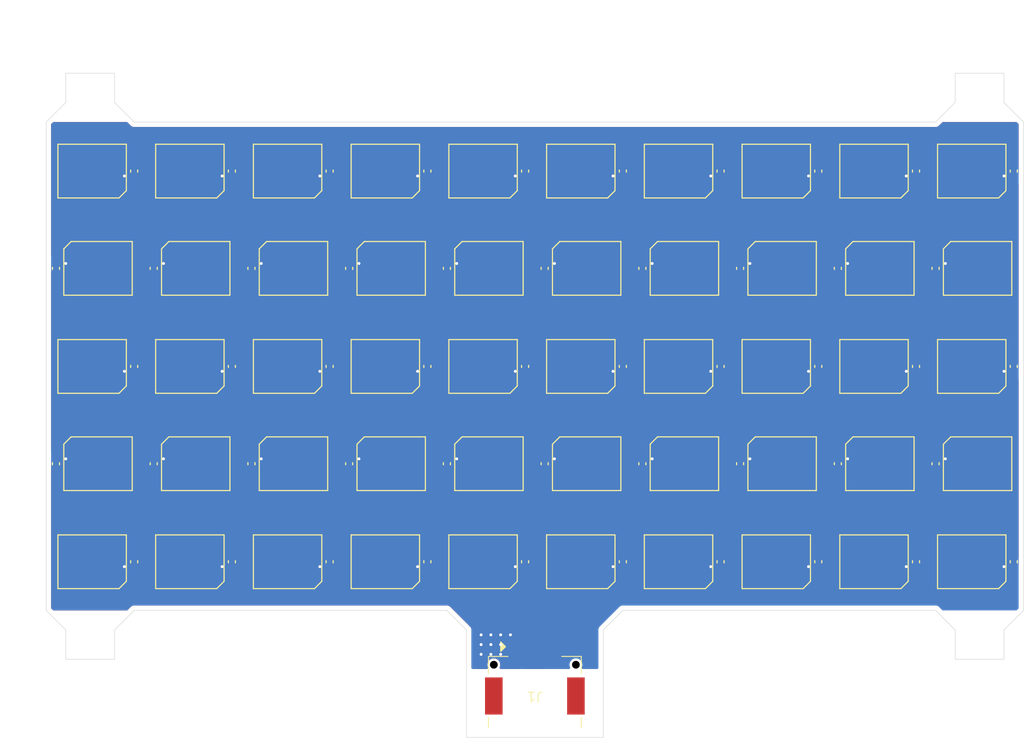
<source format=kicad_pcb>
(kicad_pcb (version 20241229) (generator "pcbnew") (generator_version "9.0")
  (layers (0 "F.Cu" signal) (2 "B.Cu" signal) (13 "F.Paste" user) (15 "B.Paste" user) (5 "F.SilkS" user "F.Silkscreen") (7 "B.SilkS" user "B.Silkscreen") (1 "F.Mask" user) (3 "B.Mask" user) (25 "Edge.Cuts" user))
  (net 0 "")
  (net 1 "GND")
  (net 2 "+5V")
  (net 3 "Net-(D1-DOUT)")
  (net 4 "Net-(D1-DIN)")
  (net 5 "Net-(D2-DOUT)")
  (net 6 "Net-(D3-DOUT)")
  (net 7 "Net-(D4-DOUT)")
  (net 8 "Net-(D5-DOUT)")
  (net 9 "Net-(D6-DOUT)")
  (net 10 "Net-(D7-DOUT)")
  (net 11 "Net-(D8-DOUT)")
  (net 12 "Net-(D10-DIN)")
  (net 13 "Net-(D10-DOUT)")
  (net 14 "Net-(D11-DOUT)")
  (net 15 "Net-(D12-DOUT)")
  (net 16 "Net-(D13-DOUT)")
  (net 17 "Net-(D14-DOUT)")
  (net 18 "Net-(D15-DOUT)")
  (net 19 "Net-(D16-DOUT)")
  (net 20 "Net-(D17-DOUT)")
  (net 21 "Net-(D18-DOUT)")
  (net 22 "Net-(D19-DOUT)")
  (net 23 "Net-(D21-DOUT)")
  (net 24 "Net-(D23-DOUT)")
  (net 25 "Net-(D25-DOUT)")
  (net 26 "Net-(D27-DOUT)")
  (net 27 "Net-(D29-DOUT)")
  (net 28 "Net-(D31-DOUT)")
  (net 29 "Net-(D33-DOUT)")
  (net 30 "Net-(D35-DOUT)")
  (net 31 "Net-(D37-DOUT)")
  (net 32 "Net-(D39-DOUT)")
  (net 33 "Net-(D41-DOUT)")
  (net 34 "Net-(D42-DOUT)")
  (net 35 "Net-(D43-DOUT)")
  (net 36 "Net-(D44-DOUT)")
  (net 37 "Net-(D45-DOUT)")
  (net 38 "Net-(D46-DOUT)")
  (net 39 "Net-(D47-DOUT)")
  (net 40 "Net-(D48-DOUT)")
  (net 41 "Net-(D49-DOUT)")
  (net 43 "Net-(D20-DOUT)")
  (net 44 "Net-(D22-DOUT)")
  (net 45 "Net-(D24-DOUT)")
  (net 46 "Net-(D26-DOUT)")
  (net 47 "Net-(D28-DOUT)")
  (net 48 "Net-(D30-DOUT)")
  (net 49 "Net-(D32-DOUT)")
  (net 50 "Net-(D34-DOUT)")
  (net 51 "Net-(D36-DOUT)")
  (net 52 "Net-(D38-DOUT)")
  (net 53 "Net-(D40-DOUT)")
  (footprint "Capacitor_SMD:C_0402_1005Metric" (layer "F.Cu") (at 129 125.02 90)
    (property "Reference" "C5" (hide yes))
    (property "Value" "220n")
  )
  (footprint "Capacitor_SMD:C_0402_1005Metric" (layer "F.Cu") (at 91 94.98 -90)
    (property "Reference" "C33" (hide yes))
    (property "Value" "220n")
  )
  (footprint "Capacitor_SMD:C_0402_1005Metric" (layer "F.Cu") (at 119 125.02 90)
    (property "Reference" "C6" (hide yes))
    (property "Value" "220n")
  )
  (footprint "Capacitor_SMD:C_0402_1005Metric" (layer "F.Cu") (at 169 125.02 90)
    (property "Reference" "C1" (hide yes))
    (property "Value" "220n")
  )
  (footprint "Capacitor_SMD:C_0402_1005Metric" (layer "F.Cu") (at 121 94.98 -90)
    (property "Reference" "C36" (hide yes))
    (property "Value" "220n")
  )
  (footprint "Bluesat:WS2812B-5050" (layer "F.Cu") (at 135.3 114.98 180)
    (property "Reference" "D17" (hide yes))
    (property "Value" "WS2812B" (hide yes))
  )
  (footprint "Bluesat:WS2812B-5050" (layer "F.Cu") (at 155.3 94.98 180)
    (property "Reference" "D39" (hide yes))
    (property "Value" "WS2812B" (hide yes))
  )
  (footprint "Capacitor_SMD:C_0402_1005Metric" (layer "F.Cu") (at 119 105.02 90)
    (property "Reference" "C26" (hide yes))
    (property "Value" "220n")
  )
  (footprint "Bluesat:WS2812B-5050" (layer "F.Cu") (at 104.7 85.02)
    (property "Reference" "D47" (hide yes))
    (property "Value" "WS2812B" (hide yes))
  )
  (footprint "Capacitor_SMD:C_0402_1005Metric" (layer "F.Cu") (at 111 94.98 -90)
    (property "Reference" "C35" (hide yes))
    (property "Value" "220n")
  )
  (footprint "Capacitor_SMD:C_0402_1005Metric" (layer "F.Cu") (at 119 85.02 90)
    (property "Reference" "C46" (hide yes))
    (property "Value" "220n")
  )
  (footprint "Capacitor_SMD:C_0402_1005Metric" (layer "F.Cu") (at 129 85.02 90)
    (property "Reference" "C45" (hide yes))
    (property "Value" "220n")
  )
  (footprint "Bluesat:WS2812B-5050" (layer "F.Cu") (at 105.3 94.98 180)
    (property "Reference" "D34" (hide yes))
    (property "Value" "WS2812B" (hide yes))
  )
  (footprint "Bluesat:WS2812B-5050" (layer "F.Cu") (at 104.7 105.02)
    (property "Reference" "D27" (hide yes))
    (property "Value" "WS2812B" (hide yes))
  )
  (footprint "Capacitor_SMD:C_0402_1005Metric" (layer "F.Cu") (at 121 114.98 -90)
    (property "Reference" "C16" (hide yes))
    (property "Value" "220n")
  )
  (footprint "Capacitor_SMD:C_0402_1005Metric" (layer "F.Cu") (at 109 105.02 90)
    (property "Reference" "C27" (hide yes))
    (property "Value" "220n")
  )
  (footprint "Bluesat:WS2812B-5050" (layer "F.Cu") (at 84.7 105.02)
    (property "Reference" "D29" (hide yes))
    (property "Value" "WS2812B" (hide yes))
  )
  (footprint "Bluesat:WS2812B-5050" (layer "F.Cu") (at 75.3 94.98 180)
    (property "Reference" "D31" (hide yes))
    (property "Value" "WS2812B" (hide yes))
  )
  (footprint "Bluesat:WS2812B-5050" (layer "F.Cu") (at 114.7 85.02)
    (property "Reference" "D46" (hide yes))
    (property "Value" "WS2812B" (hide yes))
  )
  (footprint "Capacitor_SMD:C_0402_1005Metric" (layer "F.Cu") (at 79 105.02 90)
    (property "Reference" "C30" (hide yes))
    (property "Value" "220n")
  )
  (footprint "Capacitor_SMD:C_0402_1005Metric" (layer "F.Cu") (at 89 85.02 90)
    (property "Reference" "C49" (hide yes))
    (property "Value" "220n")
  )
  (footprint "Capacitor_SMD:C_0402_1005Metric" (layer "F.Cu") (at 131 114.98 -90)
    (property "Reference" "C17" (hide yes))
    (property "Value" "220n")
  )
  (footprint "Capacitor_SMD:C_0402_1005Metric" (layer "F.Cu") (at 131 94.98 -90)
    (property "Reference" "C37" (hide yes))
    (property "Value" "220n")
  )
  (footprint "Capacitor_SMD:C_0402_1005Metric" (layer "F.Cu") (at 79 125.02 90)
    (property "Reference" "C10" (hide yes))
    (property "Value" "220n")
  )
  (footprint "Bluesat:M2.5_Internal" (layer "F.Cu") (at 74.5 77.5)
    (property "Reference" "H3" (hide yes))
    (property "Value" "M2.5")
  )
  (footprint "Capacitor_SMD:C_0402_1005Metric" (layer "F.Cu") (at 169 85.02 90)
    (property "Reference" "C41" (hide yes))
    (property "Value" "220n")
  )
  (footprint "Capacitor_SMD:C_0402_1005Metric" (layer "F.Cu") (at 79 85.02 90)
    (property "Reference" "C50" (hide yes))
    (property "Value" "220n")
  )
  (footprint "Capacitor_SMD:C_0402_1005Metric" (layer "F.Cu") (at 129 105.02 90)
    (property "Reference" "C25" (hide yes))
    (property "Value" "220n")
  )
  (footprint "Bluesat:M2.5_Internal" (layer "F.Cu") (at 165.5 77.5)
    (property "Reference" "H4" (hide yes))
    (property "Value" "M2.5")
  )
  (footprint "Bluesat:WS2812B-5050" (layer "F.Cu") (at 115.3 94.98 180)
    (property "Reference" "D35" (hide yes))
    (property "Value" "WS2812B" (hide yes))
  )
  (footprint "Capacitor_SMD:C_0402_1005Metric" (layer "F.Cu") (at 139 105.02 90)
    (property "Reference" "C24" (hide yes))
    (property "Value" "220n")
  )
  (footprint "Capacitor_SMD:C_0402_1005Metric" (layer "F.Cu") (at 91 114.98 -90)
    (property "Reference" "C13" (hide yes))
    (property "Value" "220n")
  )
  (footprint "Capacitor_SMD:C_0402_1005Metric" (layer "F.Cu") (at 159 85.02 90)
    (property "Reference" "C42" (hide yes))
    (property "Value" "220n")
  )
  (footprint "Capacitor_SMD:C_0402_1005Metric" (layer "F.Cu") (at 99 125.02 90)
    (property "Reference" "C8" (hide yes))
    (property "Value" "220n")
  )
  (footprint "Bluesat:WS2812B-5050" (layer "F.Cu") (at 104.7 125.02)
    (property "Reference" "D7" (hide yes))
    (property "Value" "WS2812B" (hide yes))
  )
  (footprint "Bluesat:WS2812B-5050" (layer "F.Cu") (at 144.7 125.02)
    (property "Reference" "D3" (hide yes))
    (property "Value" "WS2812B" (hide yes))
  )
  (footprint "Bluesat:WS2812B-5050" (layer "F.Cu") (at 124.7 125.02)
    (property "Reference" "D5" (hide yes))
    (property "Value" "WS2812B" (hide yes))
  )
  (footprint "Bluesat:WS2812B-5050" (layer "F.Cu") (at 134.7 85.02)
    (property "Reference" "D44" (hide yes))
    (property "Value" "WS2812B" (hide yes))
  )
  (footprint "Bluesat:WS2812B-5050" (layer "F.Cu") (at 155.3 114.98 180)
    (property "Reference" "D19" (hide yes))
    (property "Value" "WS2812B" (hide yes))
  )
  (footprint "Bluesat:WS2812B-5050" (layer "F.Cu") (at 84.7 85.02)
    (property "Reference" "D49" (hide yes))
    (property "Value" "WS2812B" (hide yes))
  )
  (footprint "Capacitor_SMD:C_0402_1005Metric" (layer "F.Cu") (at 139 125.02 90)
    (property "Reference" "C4" (hide yes))
    (property "Value" "220n")
  )
  (footprint "Bluesat:WS2812B-5050" (layer "F.Cu") (at 144.7 105.02)
    (property "Reference" "D23" (hide yes))
    (property "Value" "WS2812B" (hide yes))
  )
  (footprint "Bluesat:WS2812B-5050" (layer "F.Cu") (at 145.3 114.98 180)
    (property "Reference" "D18" (hide yes))
    (property "Value" "WS2812B" (hide yes))
  )
  (footprint "Bluesat:WS2812B-5050" (layer "F.Cu") (at 74.7 125.02)
    (property "Reference" "D10" (hide yes))
    (property "Value" "WS2812B" (hide yes))
  )
  (footprint "Capacitor_SMD:C_0402_1005Metric" (layer "F.Cu") (at 81 94.98 -90)
    (property "Reference" "C32" (hide yes))
    (property "Value" "220n")
  )
  (footprint "Capacitor_SMD:C_0402_1005Metric" (layer "F.Cu") (at 99 105.02 90)
    (property "Reference" "C28" (hide yes))
    (property "Value" "220n")
  )
  (footprint "Bluesat:WS2812B-5050" (layer "F.Cu") (at 145.3 94.98 180)
    (property "Reference" "D38" (hide yes))
    (property "Value" "WS2812B" (hide yes))
  )
  (footprint "Bluesat:WS2812B-5050" (layer "F.Cu") (at 164.7 105.02)
    (property "Reference" "D21" (hide yes))
    (property "Value" "WS2812B" (hide yes))
  )
  (footprint "Bluesat:WS2812B-5050" (layer "F.Cu") (at 134.7 105.02)
    (property "Reference" "D24" (hide yes))
    (property "Value" "WS2812B" (hide yes))
  )
  (footprint "Capacitor_SMD:C_0402_1005Metric" (layer "F.Cu") (at 149 105.02 90)
    (property "Reference" "C23" (hide yes))
    (property "Value" "220n")
  )
  (footprint "Capacitor_SMD:C_0402_1005Metric" (layer "F.Cu") (at 89 125.02 90)
    (property "Reference" "C9" (hide yes))
    (property "Value" "220n")
  )
  (footprint "Capacitor_SMD:C_0402_1005Metric" (layer "F.Cu") (at 101 114.98 -90)
    (property "Reference" "C14" (hide yes))
    (property "Value" "220n")
  )
  (footprint "Capacitor_SMD:C_0402_1005Metric" (layer "F.Cu") (at 111 114.98 -90)
    (property "Reference" "C15" (hide yes))
    (property "Value" "220n")
  )
  (footprint "Capacitor_SMD:C_0402_1005Metric" (layer "F.Cu") (at 169 105.02 90)
    (property "Reference" "C21" (hide yes))
    (property "Value" "220n")
  )
  (footprint "Bluesat:WS2812B-5050" (layer "F.Cu") (at 164.7 125.02)
    (property "Reference" "D1" (hide yes))
    (property "Value" "WS2812B" (hide yes))
  )
  (footprint "Capacitor_SMD:C_0402_1005Metric" (layer "F.Cu") (at 81 114.98 -90)
    (property "Reference" "C12" (hide yes))
    (property "Value" "220n")
  )
  (footprint "Bluesat:WS2812B-5050" (layer "F.Cu") (at 75.3 114.98 180)
    (property "Reference" "D11" (hide yes))
    (property "Value" "WS2812B" (hide yes))
  )
  (footprint "Bluesat:WS2812B-5050" (layer "F.Cu") (at 125.3 94.98 180)
    (property "Reference" "D36" (hide yes))
    (property "Value" "WS2812B" (hide yes))
  )
  (footprint "Capacitor_SMD:C_0402_1005Metric" (layer "F.Cu") (at 151 114.98 -90)
    (property "Reference" "C19" (hide yes))
    (property "Value" "220n")
  )
  (footprint "Bluesat:M2.5_Internal" (layer "F.Cu") (at 74.5 132.5)
    (property "Reference" "H1" (hide yes))
    (property "Value" "M2.5")
  )
  (footprint "Bluesat:WS2812B-5050" (layer "F.Cu") (at 115.3 114.98 180)
    (property "Reference" "D15" (hide yes))
    (property "Value" "WS2812B" (hide yes))
  )
  (footprint "Capacitor_SMD:C_0402_1005Metric" (layer "F.Cu") (at 161 94.98 -90)
    (property "Reference" "C40" (hide yes))
    (property "Value" "220n")
  )
  (footprint "Bluesat:M2.5_Internal" (layer "F.Cu") (at 165.5 132.5)
    (property "Reference" "H2" (hide yes))
    (property "Value" "M2.5")
  )
  (footprint "Bluesat:WS2812B-5050" (layer "F.Cu") (at 84.7 125.02)
    (property "Reference" "D9" (hide yes))
    (property "Value" "WS2812B" (hide yes))
  )
  (footprint "Capacitor_SMD:C_0402_1005Metric" (layer "F.Cu") (at 109 125.02 90)
    (property "Reference" "C7" (hide yes))
    (property "Value" "220n")
  )
  (footprint "Bluesat:WS2812B-5050" (layer "F.Cu") (at 124.7 85.02)
    (property "Reference" "D45" (hide yes))
    (property "Value" "WS2812B" (hide yes))
  )
  (footprint "Bluesat:WS2812B-5050" (layer "F.Cu") (at 74.7 85.02)
    (property "Reference" "D50" (hide yes))
    (property "Value" "WS2812B" (hide yes))
  )
  (footprint "Bluesat:WS2812B-5050" (layer "F.Cu") (at 94.7 125.02)
    (property "Reference" "D8" (hide yes))
    (property "Value" "WS2812B" (hide yes))
  )
  (footprint "Bluesat:WS2812B-5050" (layer "F.Cu") (at 125.3 114.98 180)
    (property "Reference" "D16" (hide yes))
    (property "Value" "WS2812B" (hide yes))
  )
  (footprint "Bluesat:WS2812B-5050" (layer "F.Cu") (at 114.7 105.02)
    (property "Reference" "D26" (hide yes))
    (property "Value" "WS2812B" (hide yes))
  )
  (footprint "Capacitor_SMD:C_0402_1005Metric" (layer "F.Cu") (at 161 114.98 -90)
    (property "Reference" "C20" (hide yes))
    (property "Value" "220n")
  )
  (footprint "Capacitor_SMD:C_0402_1005Metric" (layer "F.Cu") (at 109 85.02 90)
    (property "Reference" "C47" (hide yes))
    (property "Value" "220n")
  )
  (footprint "Bluesat:WS2812B-5050" (layer "F.Cu") (at 85.3 94.98 180)
    (property "Reference" "D32" (hide yes))
    (property "Value" "WS2812B" (hide yes))
  )
  (footprint "Capacitor_SMD:C_0402_1005Metric" (layer "F.Cu") (at 149 85.02 90)
    (property "Reference" "C43" (hide yes))
    (property "Value" "220n")
  )
  (footprint "Bluesat:WS2812B-5050" (layer "F.Cu") (at 154.7 85.02)
    (property "Reference" "D42" (hide yes))
    (property "Value" "WS2812B" (hide yes))
  )
  (footprint "Bluesat:WS2812B-5050" (layer "F.Cu") (at 85.3 114.98 180)
    (property "Reference" "D12" (hide yes))
    (property "Value" "WS2812B" (hide yes))
  )
  (footprint "Bluesat:WS2812B-5050" (layer "F.Cu") (at 164.7 85.02)
    (property "Reference" "D41" (hide yes))
    (property "Value" "WS2812B" (hide yes))
  )
  (footprint "Capacitor_SMD:C_0402_1005Metric" (layer "F.Cu") (at 141 114.98 -90)
    (property "Reference" "C18" (hide yes))
    (property "Value" "220n")
  )
  (footprint "Capacitor_SMD:C_0402_1005Metric" (layer "F.Cu") (at 151 94.98 -90)
    (property "Reference" "C39" (hide yes))
    (property "Value" "220n")
  )
  (footprint "Bluesat:WS2812B-5050" (layer "F.Cu") (at 105.3 114.98 180)
    (property "Reference" "D14" (hide yes))
    (property "Value" "WS2812B" (hide yes))
  )
  (footprint "Bluesat:WS2812B-5050" (layer "F.Cu") (at 124.7 105.02)
    (property "Reference" "D25" (hide yes))
    (property "Value" "WS2812B" (hide yes))
  )
  (footprint "Capacitor_SMD:C_0402_1005Metric" (layer "F.Cu") (at 139 85.02 90)
    (property "Reference" "C44" (hide yes))
    (property "Value" "220n")
  )
  (footprint "Capacitor_SMD:C_0402_1005Metric" (layer "F.Cu") (at 99 85.02 90)
    (property "Reference" "C48" (hide yes))
    (property "Value" "220n")
  )
  (footprint "Bluesat:WS2812B-5050" (layer "F.Cu") (at 135.3 94.98 180)
    (property "Reference" "D37" (hide yes))
    (property "Value" "WS2812B" (hide yes))
  )
  (footprint "Bluesat:WS2812B-5050" (layer "F.Cu") (at 154.7 105.02)
    (property "Reference" "D22" (hide yes))
    (property "Value" "WS2812B" (hide yes))
  )
  (footprint "Capacitor_SMD:C_0402_1005Metric" (layer "F.Cu") (at 141 94.98 -90)
    (property "Reference" "C38" (hide yes))
    (property "Value" "220n")
  )
  (footprint "Bluesat:SM03B-PASS" (layer "F.Cu") (at 120 142.4625 180)
    (property "Reference" "J1")
    (property "Value" "Conn_01x03")
  )
  (footprint "Bluesat:WS2812B-5050" (layer "F.Cu") (at 144.7 85.02)
    (property "Reference" "D43" (hide yes))
    (property "Value" "WS2812B" (hide yes))
  )
  (footprint "Capacitor_SMD:C_0402_1005Metric" (layer "F.Cu") (at 159 125.02 90)
    (property "Reference" "C2" (hide yes))
    (property "Value" "220n")
  )
  (footprint "Capacitor_SMD:C_0402_1005Metric" (layer "F.Cu") (at 71 94.98 -90)
    (property "Reference" "C31" (hide yes))
    (property "Value" "220n")
  )
  (footprint "Bluesat:WS2812B-5050" (layer "F.Cu") (at 154.7 125.02)
    (property "Reference" "D2" (hide yes))
    (property "Value" "WS2812B" (hide yes))
  )
  (footprint "Bluesat:WS2812B-5050" (layer "F.Cu") (at 74.7 105.02)
    (property "Reference" "D30" (hide yes))
    (property "Value" "WS2812B" (hide yes))
  )
  (footprint "Bluesat:WS2812B-5050" (layer "F.Cu") (at 165.3 94.98 180)
    (property "Reference" "D40" (hide yes))
    (property "Value" "WS2812B" (hide yes))
  )
  (footprint "Capacitor_SMD:C_0402_1005Metric" (layer "F.Cu") (at 71 114.98 -90)
    (property "Reference" "C11" (hide yes))
    (property "Value" "220n")
  )
  (footprint "Capacitor_SMD:C_0402_1005Metric" (layer "F.Cu") (at 89 105.02 90)
    (property "Reference" "C29" (hide yes))
    (property "Value" "220n")
  )
  (footprint "Bluesat:WS2812B-5050" (layer "F.Cu") (at 165.3 114.98 180)
    (property "Reference" "D20" (hide yes))
    (property "Value" "WS2812B" (hide yes))
  )
  (footprint "Capacitor_SMD:C_0402_1005Metric" (layer "F.Cu") (at 159 105.02 90)
    (property "Reference" "C22" (hide yes))
    (property "Value" "220n")
  )
  (footprint "Bluesat:WS2812B-5050" (layer "F.Cu") (at 94.7 105.02)
    (property "Reference" "D28" (hide yes))
    (property "Value" "WS2812B" (hide yes))
  )
  (footprint "Capacitor_SMD:C_0402_1005Metric" (layer "F.Cu") (at 101 94.98 -90)
    (property "Reference" "C34" (hide yes))
    (property "Value" "220n")
  )
  (footprint "Bluesat:WS2812B-5050" (layer "F.Cu") (at 114.7 125.02)
    (property "Reference" "D6" (hide yes))
    (property "Value" "WS2812B" (hide yes))
  )
  (footprint "Bluesat:WS2812B-5050" (layer "F.Cu") (at 95.3 94.98 180)
    (property "Reference" "D33" (hide yes))
    (property "Value" "WS2812B" (hide yes))
  )
  (footprint "Bluesat:WS2812B-5050" (layer "F.Cu") (at 94.7 85.02)
    (property "Reference" "D48" (hide yes))
    (property "Value" "WS2812B" (hide yes))
  )
  (footprint "Bluesat:WS2812B-5050" (layer "F.Cu") (at 134.7 125.02)
    (property "Reference" "D4" (hide yes))
    (property "Value" "WS2812B" (hide yes))
  )
  (footprint "Bluesat:WS2812B-5050" (layer "F.Cu") (at 95.3 114.98 180)
    (property "Reference" "D13" (hide yes))
    (property "Value" "WS2812B" (hide yes))
  )
  (footprint "Capacitor_SMD:C_0402_1005Metric" (layer "F.Cu") (at 149 125.02 90)
    (property "Reference" "C3" (hide yes))
    (property "Value" "220n")
  )
  (gr_line (start 163 132) (end 163 135) (stroke (width 0.05)) (layer "Edge.Cuts"))
  (gr_line (start 168 132) (end 170 130) (stroke (width 0.05)) (layer "Edge.Cuts"))
  (gr_line (start 111 130) (end 113 132) (stroke (width 0.05)) (layer "Edge.Cuts"))
  (gr_line (start 72 75) (end 72 78) (stroke (width 0.05)) (layer "Edge.Cuts"))
  (gr_line (start 163 78) (end 161 80) (stroke (width 0.05)) (layer "Edge.Cuts"))
  (gr_line (start 77 75) (end 72 75) (stroke (width 0.05)) (layer "Edge.Cuts"))
  (gr_line (start 170 80) (end 168 78) (stroke (width 0.05)) (layer "Edge.Cuts"))
  (gr_line (start 127 143) (end 127 132) (stroke (width 0.05)) (layer "Edge.Cuts"))
  (gr_line (start 70 130) (end 70 80) (stroke (width 0.05)) (layer "Edge.Cuts"))
  (gr_line (start 127 132) (end 129 130) (stroke (width 0.05)) (layer "Edge.Cuts"))
  (gr_line (start 77 135) (end 77 132) (stroke (width 0.05)) (layer "Edge.Cuts"))
  (gr_line (start 70 130) (end 72 132) (stroke (width 0.05)) (layer "Edge.Cuts"))
  (gr_line (start 168 75) (end 163 75) (stroke (width 0.05)) (layer "Edge.Cuts"))
  (gr_line (start 72 135) (end 77 135) (stroke (width 0.05)) (layer "Edge.Cuts"))
  (gr_line (start 72 132) (end 72 135) (stroke (width 0.05)) (layer "Edge.Cuts"))
  (gr_line (start 163 135) (end 168 135) (stroke (width 0.05)) (layer "Edge.Cuts"))
  (gr_line (start 72 78) (end 70 80) (stroke (width 0.05)) (layer "Edge.Cuts"))
  (gr_line (start 170 80) (end 170 130) (stroke (width 0.05)) (layer "Edge.Cuts"))
  (gr_line (start 163 75) (end 163 78) (stroke (width 0.05)) (layer "Edge.Cuts"))
  (gr_line (start 168 78) (end 168 75) (stroke (width 0.05)) (layer "Edge.Cuts"))
  (gr_line (start 161 130) (end 163 132) (stroke (width 0.05)) (layer "Edge.Cuts"))
  (gr_line (start 79 130) (end 111 130) (stroke (width 0.05)) (layer "Edge.Cuts"))
  (gr_line (start 161 80) (end 79 80) (stroke (width 0.05)) (layer "Edge.Cuts"))
  (gr_line (start 113 132) (end 113 143) (stroke (width 0.05)) (layer "Edge.Cuts"))
  (gr_line (start 113 143) (end 127 143) (stroke (width 0.05)) (layer "Edge.Cuts"))
  (gr_line (start 168 135) (end 168 132) (stroke (width 0.05)) (layer "Edge.Cuts"))
  (gr_line (start 77 132) (end 79 130) (stroke (width 0.05)) (layer "Edge.Cuts"))
  (gr_line (start 77 78) (end 77 75) (stroke (width 0.05)) (layer "Edge.Cuts"))
  (gr_line (start 79 80) (end 77 78) (stroke (width 0.05)) (layer "Edge.Cuts"))
  (gr_line (start 129 130) (end 161 130) (stroke (width 0.05)) (layer "Edge.Cuts"))
  (segment (start 131.98 114.5) (end 132 114.48) (width 0.2) (layer "F.Cu") (net 1))
  (segment (start 98.02 105.5) (end 98 105.52) (width 0.2) (layer "F.Cu") (net 1))
  (segment (start 138 85.52) (end 136.9 86.62) (width 0.2) (layer "F.Cu") (net 1))
  (segment (start 148.02 85.5) (end 148 85.52) (width 0.2) (layer "F.Cu") (net 1))
  (segment (start 168.02 85.5) (end 168 85.52) (width 0.2) (layer "F.Cu") (net 1))
  (segment (start 132 94.48) (end 133.1 93.38) (width 0.2) (layer "F.Cu") (net 1))
  (segment (start 118.02 125.5) (end 118 125.52) (width 0.2) (layer "F.Cu") (net 1))
  (segment (start 101 94.5) (end 101.98 94.5) (width 0.2) (layer "F.Cu") (net 1))
  (segment (start 168 105.52) (end 166.9 106.62) (width 0.2) (layer "F.Cu") (net 1))
  (segment (start 78.02 105.5) (end 78 105.52) (width 0.2) (layer "F.Cu") (net 1))
  (segment (start 138 125.52) (end 136.9 126.62) (width 0.2) (layer "F.Cu") (net 1))
  (segment (start 131 94.5) (end 131.98 94.5) (width 0.2) (layer "F.Cu") (net 1))
  (segment (start 118.02 85.5) (end 118 85.52) (width 0.2) (layer "F.Cu") (net 1))
  (segment (start 121.98 114.5) (end 122 114.48) (width 0.2) (layer "F.Cu") (net 1))
  (segment (start 139 105.5) (end 138.02 105.5) (width 0.2) (layer "F.Cu") (net 1))
  (segment (start 109 85.5) (end 108.02 85.5) (width 0.2) (layer "F.Cu") (net 1))
  (segment (start 118 85.52) (end 116.9 86.62) (width 0.2) (layer "F.Cu") (net 1))
  (segment (start 148.02 125.5) (end 148 125.52) (width 0.2) (layer "F.Cu") (net 1))
  (segment (start 152 94.48) (end 153.1 93.38) (width 0.2) (layer "F.Cu") (net 1))
  (segment (start 98.02 85.5) (end 98 85.52) (width 0.2) (layer "F.Cu") (net 1))
  (segment (start 131 114.5) (end 131.98 114.5) (width 0.2) (layer "F.Cu") (net 1))
  (segment (start 131.98 94.5) (end 132 94.48) (width 0.2) (layer "F.Cu") (net 1))
  (segment (start 148 125.52) (end 146.9 126.62) (width 0.2) (layer "F.Cu") (net 1))
  (segment (start 151.98 94.5) (end 152 94.48) (width 0.2) (layer "F.Cu") (net 1))
  (segment (start 88 85.52) (end 86.9 86.62) (width 0.2) (layer "F.Cu") (net 1))
  (segment (start 78.02 125.5) (end 78 125.52) (width 0.2) (layer "F.Cu") (net 1))
  (segment (start 119 85.5) (end 118.02 85.5) (width 0.2) (layer "F.Cu") (net 1))
  (segment (start 138.02 125.5) (end 138 125.52) (width 0.2) (layer "F.Cu") (net 1))
  (segment (start 161.98 114.5) (end 162 114.48) (width 0.2) (layer "F.Cu") (net 1))
  (segment (start 71.98 94.5) (end 72 94.48) (width 0.2) (layer "F.Cu") (net 1))
  (segment (start 71 94.5) (end 71.98 94.5) (width 0.2) (layer "F.Cu") (net 1))
  (segment (start 81.98 94.5) (end 82 94.48) (width 0.2) (layer "F.Cu") (net 1))
  (segment (start 169 85.5) (end 168.02 85.5) (width 0.2) (layer "F.Cu") (net 1))
  (segment (start 141 94.5) (end 141.98 94.5) (width 0.2) (layer "F.Cu") (net 1))
  (segment (start 82 114.48) (end 83.1 113.38) (width 0.2) (layer "F.Cu") (net 1))
  (segment (start 141.98 114.5) (end 142 114.48) (width 0.2) (layer "F.Cu") (net 1))
  (segment (start 149 125.5) (end 148.02 125.5) (width 0.2) (layer "F.Cu") (net 1))
  (segment (start 92 114.48) (end 93.1 113.38) (width 0.2) (layer "F.Cu") (net 1))
  (segment (start 158 125.52) (end 156.9 126.62) (width 0.2) (layer "F.Cu") (net 1))
  (segment (start 101.98 114.5) (end 102 114.48) (width 0.2) (layer "F.Cu") (net 1))
  (segment (start 71.98 114.5) (end 72 114.48) (width 0.2) (layer "F.Cu") (net 1))
  (segment (start 91.98 94.5) (end 92 94.48) (width 0.2) (layer "F.Cu") (net 1))
  (segment (start 78.02 85.5) (end 78 85.52) (width 0.2) (layer "F.Cu") (net 1))
  (segment (start 102 94.48) (end 103.1 93.38) (width 0.2) (layer "F.Cu") (net 1))
  (segment (start 148 85.52) (end 146.9 86.62) (width 0.2) (layer "F.Cu") (net 1))
  (segment (start 161 94.5) (end 161.98 94.5) (width 0.2) (layer "F.Cu") (net 1))
  (segment (start 162 94.48) (end 163.1 93.38) (width 0.2) (layer "F.Cu") (net 1))
  (segment (start 89 85.5) (end 88.02 85.5) (width 0.2) (layer "F.Cu") (net 1))
  (segment (start 152 114.48) (end 153.1 113.38) (width 0.2) (layer "F.Cu") (net 1))
  (segment (start 128.02 85.5) (end 128 85.52) (width 0.2) (layer "F.Cu") (net 1))
  (segment (start 92 94.48) (end 93.1 93.38) (width 0.2) (layer "F.Cu") (net 1))
  (segment (start 91 94.5) (end 91.98 94.5) (width 0.2) (layer "F.Cu") (net 1))
  (segment (start 132 114.48) (end 133.1 113.38) (width 0.2) (layer "F.Cu") (net 1))
  (segment (start 98.02 125.5) (end 98 125.52) (width 0.2) (layer "F.Cu") (net 1))
  (segment (start 98 85.52) (end 96.9 86.62) (width 0.2) (layer "F.Cu") (net 1))
  (segment (start 78 105.52) (end 76.9 106.62) (width 0.2) (layer "F.Cu") (net 1))
  (segment (start 148 105.52) (end 146.9 106.62) (width 0.2) (layer "F.Cu") (net 1))
  (segment (start 138.02 105.5) (end 138 105.52) (width 0.2) (layer "F.Cu") (net 1))
  (segment (start 88.02 125.5) (end 88 125.52) (width 0.2) (layer "F.Cu") (net 1))
  (segment (start 109 105.5) (end 108.02 105.5) (width 0.2) (layer "F.Cu") (net 1))
  (segment (start 121 114.5) (end 121.98 114.5) (width 0.2) (layer "F.Cu") (net 1))
  (segment (start 111 94.5) (end 111.98 94.5) (width 0.2) (layer "F.Cu") (net 1))
  (segment (start 169 105.5) (end 168.02 105.5) (width 0.2) (layer "F.Cu") (net 1))
  (segment (start 151 114.5) (end 151.98 114.5) (width 0.2) (layer "F.Cu") (net 1))
  (segment (start 98 105.52) (end 96.9 106.62) (width 0.2) (layer "F.Cu") (net 1))
  (segment (start 111.98 114.5) (end 112 114.48) (width 0.2) (layer "F.Cu") (net 1))
  (segment (start 88 105.52) (end 86.9 106.62) (width 0.2) (layer "F.Cu") (net 1))
  (segment (start 78 85.52) (end 76.9 86.62) (width 0.2) (layer "F.Cu") (net 1))
  (segment (start 108.02 125.5) (end 108 125.52) (width 0.2) (layer "F.Cu") (net 1))
  (segment (start 81.98 114.5) (end 82 114.48) (width 0.2) (layer "F.Cu") (net 1))
  (segment (start 78 125.52) (end 76.9 126.62) (width 0.2) (layer "F.Cu") (net 1))
  (segment (start 108.02 85.5) (end 108 85.52) (width 0.2) (layer "F.Cu") (net 1))
  (segment (start 128 105.52) (end 126.9 106.62) (width 0.2) (layer "F.Cu") (net 1))
  (segment (start 142 94.48) (end 143.1 93.38) (width 0.2) (layer "F.Cu") (net 1))
  (segment (start 101.98 94.5) (end 102 94.48) (width 0.2) (layer "F.Cu") (net 1))
  (segment (start 129 125.5) (end 128.02 125.5) (width 0.2) (layer "F.Cu") (net 1))
  (segment (start 161.98 94.5) (end 162 94.48) (width 0.2) (layer "F.Cu") (net 1))
  (segment (start 108 85.52) (end 106.9 86.62) (width 0.2) (layer "F.Cu") (net 1))
  (segment (start 81 94.5) (end 81.98 94.5) (width 0.2) (layer "F.Cu") (net 1))
  (segment (start 119 105.5) (end 118.02 105.5) (width 0.2) (layer "F.Cu") (net 1))
  (segment (start 122 114.48) (end 123.1 113.38) (width 0.2) (layer "F.Cu") (net 1))
  (segment (start 81 114.5) (end 81.98 114.5) (width 0.2) (layer "F.Cu") (net 1))
  (segment (start 159 125.5) (end 158.02 125.5) (width 0.2) (layer "F.Cu") (net 1))
  (segment (start 161 114.5) (end 161.98 114.5) (width 0.2) (layer "F.Cu") (net 1))
  (segment (start 162 114.48) (end 163.1 113.38) (width 0.2) (layer "F.Cu") (net 1))
  (segment (start 149 105.5) (end 148.02 105.5) (width 0.2) (layer "F.Cu") (net 1))
  (segment (start 128.02 125.5) (end 128 125.52) (width 0.2) (layer "F.Cu") (net 1))
  (segment (start 108 105.52) (end 106.9 106.62) (width 0.2) (layer "F.Cu") (net 1))
  (segment (start 159 105.5) (end 158.02 105.5) (width 0.2) (layer "F.Cu") (net 1))
  (segment (start 72 114.48) (end 73.1 113.38) (width 0.2) (layer "F.Cu") (net 1))
  (segment (start 128 125.52) (end 126.9 126.62) (width 0.2) (layer "F.Cu") (net 1))
  (segment (start 128 85.52) (end 126.9 86.62) (width 0.2) (layer "F.Cu") (net 1))
  (segment (start 158 105.52) (end 156.9 106.62) (width 0.2) (layer "F.Cu") (net 1))
  (segment (start 112 94.48) (end 113.1 93.38) (width 0.2) (layer "F.Cu") (net 1))
  (segment (start 118.02 105.5) (end 118 105.52) (width 0.2) (layer "F.Cu") (net 1))
  (segment (start 122 94.48) (end 123.1 93.38) (width 0.2) (layer "F.Cu") (net 1))
  (segment (start 112 114.48) (end 113.1 113.38) (width 0.2) (layer "F.Cu") (net 1))
  (segment (start 129 85.5) (end 128.02 85.5) (width 0.2) (layer "F.Cu") (net 1))
  (segment (start 108.02 105.5) (end 108 105.52) (width 0.2) (layer "F.Cu") (net 1))
  (segment (start 158.02 105.5) (end 158 105.52) (width 0.2) (layer "F.Cu") (net 1))
  (segment (start 99 125.5) (end 98.02 125.5) (width 0.2) (layer "F.Cu") (net 1))
  (segment (start 128.02 105.5) (end 128 105.52) (width 0.2) (layer "F.Cu") (net 1))
  (segment (start 158.02 125.5) (end 158 125.52) (width 0.2) (layer "F.Cu") (net 1))
  (segment (start 82 94.48) (end 83.1 93.38) (width 0.2) (layer "F.Cu") (net 1))
  (segment (start 142 114.48) (end 143.1 113.38) (width 0.2) (layer "F.Cu") (net 1))
  (segment (start 108 125.52) (end 106.9 126.62) (width 0.2) (layer "F.Cu") (net 1))
  (segment (start 121.98 94.5) (end 122 94.48) (width 0.2) (layer "F.Cu") (net 1))
  (segment (start 98 125.52) (end 96.9 126.62) (width 0.2) (layer "F.Cu") (net 1))
  (segment (start 88 125.52) (end 86.9 126.62) (width 0.2) (layer "F.Cu") (net 1))
  (segment (start 89 125.5) (end 88.02 125.5) (width 0.2) (layer "F.Cu") (net 1))
  (segment (start 139 85.5) (end 138.02 85.5) (width 0.2) (layer "F.Cu") (net 1))
  (segment (start 148.02 105.5) (end 148 105.52) (width 0.2) (layer "F.Cu") (net 1))
  (segment (start 91 114.5) (end 91.98 114.5) (width 0.2) (layer "F.Cu") (net 1))
  (segment (start 102 114.48) (end 103.1 113.38) (width 0.2) (layer "F.Cu") (net 1))
  (segment (start 168.02 105.5) (end 168 105.52) (width 0.2) (layer "F.Cu") (net 1))
  (segment (start 109 125.5) (end 108.02 125.5) (width 0.2) (layer "F.Cu") (net 1))
  (segment (start 158.02 85.5) (end 158 85.52) (width 0.2) (layer "F.Cu") (net 1))
  (segment (start 99 105.5) (end 98.02 105.5) (width 0.2) (layer "F.Cu") (net 1))
  (segment (start 119 125.5) (end 118.02 125.5) (width 0.2) (layer "F.Cu") (net 1))
  (segment (start 118 125.52) (end 116.9 126.62) (width 0.2) (layer "F.Cu") (net 1))
  (segment (start 159 85.5) (end 158.02 85.5) (width 0.2) (layer "F.Cu") (net 1))
  (segment (start 168.02 125.5) (end 168 125.52) (width 0.2) (layer "F.Cu") (net 1))
  (segment (start 88.02 105.5) (end 88 105.52) (width 0.2) (layer "F.Cu") (net 1))
  (segment (start 71 114.5) (end 71.98 114.5) (width 0.2) (layer "F.Cu") (net 1))
  (segment (start 139 125.5) (end 138.02 125.5) (width 0.2) (layer "F.Cu") (net 1))
  (segment (start 79 105.5) (end 78.02 105.5) (width 0.2) (layer "F.Cu") (net 1))
  (segment (start 88.02 85.5) (end 88 85.52) (width 0.2) (layer "F.Cu") (net 1))
  (segment (start 79 85.5) (end 78.02 85.5) (width 0.2) (layer "F.Cu") (net 1))
  (segment (start 168 125.52) (end 166.9 126.62) (width 0.2) (layer "F.Cu") (net 1))
  (segment (start 121 94.5) (end 121.98 94.5) (width 0.2) (layer "F.Cu") (net 1))
  (segment (start 101 114.5) (end 101.98 114.5) (width 0.2) (layer "F.Cu") (net 1))
  (segment (start 111 114.5) (end 111.98 114.5) (width 0.2) (layer "F.Cu") (net 1))
  (segment (start 138 105.52) (end 136.9 106.62) (width 0.2) (layer "F.Cu") (net 1))
  (segment (start 141 114.5) (end 141.98 114.5) (width 0.2) (layer "F.Cu") (net 1))
  (segment (start 169 125.5) (end 168.02 125.5) (width 0.2) (layer "F.Cu") (net 1))
  (segment (start 129 105.5) (end 128.02 105.5) (width 0.2) (layer "F.Cu") (net 1))
  (segment (start 91.98 114.5) (end 92 114.48) (width 0.2) (layer "F.Cu") (net 1))
  (segment (start 89 105.5) (end 88.02 105.5) (width 0.2) (layer "F.Cu") (net 1))
  (segment (start 151.98 114.5) (end 152 114.48) (width 0.2) (layer "F.Cu") (net 1))
  (segment (start 141.98 94.5) (end 142 94.48) (width 0.2) (layer "F.Cu") (net 1))
  (segment (start 72 94.48) (end 73.1 93.38) (width 0.2) (layer "F.Cu") (net 1))
  (segment (start 168 85.52) (end 166.9 86.62) (width 0.2) (layer "F.Cu") (net 1))
  (segment (start 158 85.52) (end 156.9 86.62) (width 0.2) (layer "F.Cu") (net 1))
  (segment (start 111.98 94.5) (end 112 94.48) (width 0.2) (layer "F.Cu") (net 1))
  (segment (start 99 85.5) (end 98.02 85.5) (width 0.2) (layer "F.Cu") (net 1))
  (segment (start 151 94.5) (end 151.98 94.5) (width 0.2) (layer "F.Cu") (net 1))
  (segment (start 79 125.5) (end 78.02 125.5) (width 0.2) (layer "F.Cu") (net 1))
  (segment (start 118 105.52) (end 116.9 106.62) (width 0.2) (layer "F.Cu") (net 1))
  (segment (start 149 85.5) (end 148.02 85.5) (width 0.2) (layer "F.Cu") (net 1))
  (segment (start 138.02 85.5) (end 138 85.52) (width 0.2) (layer "F.Cu") (net 1))
  (via (at 82 94.48) (size 0.55) (drill 0.3) (layers "F.Cu" "B.Cu") (net 1))
  (via (at 108 125.52) (size 0.55) (drill 0.3) (layers "F.Cu" "B.Cu") (net 1))
  (via (at 162 114.48) (size 0.55) (drill 0.3) (layers "F.Cu" "B.Cu") (net 1))
  (via (at 138 125.52) (size 0.55) (drill 0.3) (layers "F.Cu" "B.Cu") (net 1))
  (via (at 152 94.48) (size 0.55) (drill 0.3) (layers "F.Cu" "B.Cu") (net 1))
  (via (at 92 94.48) (size 0.55) (drill 0.3) (layers "F.Cu" "B.Cu") (net 1))
  (via (at 78 125.52) (size 0.55) (drill 0.3) (layers "F.Cu" "B.Cu") (net 1))
  (via (at 78 105.52) (size 0.55) (drill 0.3) (layers "F.Cu" "B.Cu") (net 1))
  (via (at 98 105.52) (size 0.55) (drill 0.3) (layers "F.Cu" "B.Cu") (net 1))
  (via (at 138 105.52) (size 0.55) (drill 0.3) (layers "F.Cu" "B.Cu") (net 1))
  (via (at 116.5 133.5) (size 0.55) (drill 0.3) (layers "F.Cu" "B.Cu") (net 1))
  (via (at 168 105.52) (size 0.55) (drill 0.3) (layers "F.Cu" "B.Cu") (net 1))
  (via (at 158 105.52) (size 0.55) (drill 0.3) (layers "F.Cu" "B.Cu") (net 1))
  (via (at 142 94.48) (size 0.55) (drill 0.3) (layers "F.Cu" "B.Cu") (net 1))
  (via (at 116.5 132.5) (size 0.55) (drill 0.3) (layers "F.Cu" "B.Cu") (net 1))
  (via (at 128 85.52) (size 0.55) (drill 0.3) (layers "F.Cu" "B.Cu") (net 1))
  (via (at 108 85.52) (size 0.55) (drill 0.3) (layers "F.Cu" "B.Cu") (net 1))
  (via (at 138 85.52) (size 0.55) (drill 0.3) (layers "F.Cu" "B.Cu") (net 1))
  (via (at 115.5 132.5) (size 0.55) (drill 0.3) (layers "F.Cu" "B.Cu") (net 1))
  (via (at 114.5 133.5) (size 0.55) (drill 0.3) (layers "F.Cu" "B.Cu") (net 1))
  (via (at 72 114.48) (size 0.55) (drill 0.3) (layers "F.Cu" "B.Cu") (net 1))
  (via (at 108 105.52) (size 0.55) (drill 0.3) (layers "F.Cu" "B.Cu") (net 1))
  (via (at 118 125.52) (size 0.55) (drill 0.3) (layers "F.Cu" "B.Cu") (net 1))
  (via (at 122 94.48) (size 0.55) (drill 0.3) (layers "F.Cu" "B.Cu") (net 1))
  (via (at 168 85.52) (size 0.55) (drill 0.3) (layers "F.Cu" "B.Cu") (net 1))
  (via (at 88 105.52) (size 0.55) (drill 0.3) (layers "F.Cu" "B.Cu") (net 1))
  (via (at 115.5 133.5) (size 0.55) (drill 0.3) (layers "F.Cu" "B.Cu") (net 1))
  (via (at 116.5 134.5) (size 0.55) (drill 0.3) (layers "F.Cu" "B.Cu") (net 1))
  (via (at 118 105.52) (size 0.55) (drill 0.3) (layers "F.Cu" "B.Cu") (net 1))
  (via (at 72 94.48) (size 0.55) (drill 0.3) (layers "F.Cu" "B.Cu") (net 1))
  (via (at 102 114.48) (size 0.55) (drill 0.3) (layers "F.Cu" "B.Cu") (net 1))
  (via (at 82 114.48) (size 0.55) (drill 0.3) (layers "F.Cu" "B.Cu") (net 1))
  (via (at 142 114.48) (size 0.55) (drill 0.3) (layers "F.Cu" "B.Cu") (net 1))
  (via (at 102 94.48) (size 0.55) (drill 0.3) (layers "F.Cu" "B.Cu") (net 1))
  (via (at 158 125.52) (size 0.55) (drill 0.3) (layers "F.Cu" "B.Cu") (net 1))
  (via (at 114.5 132.5) (size 0.55) (drill 0.3) (layers "F.Cu" "B.Cu") (net 1))
  (via (at 168 125.52) (size 0.55) (drill 0.3) (layers "F.Cu" "B.Cu") (net 1))
  (via (at 132 114.48) (size 0.55) (drill 0.3) (layers "F.Cu" "B.Cu") (net 1))
  (via (at 122 114.48) (size 0.55) (drill 0.3) (layers "F.Cu" "B.Cu") (net 1))
  (via (at 112 94.48) (size 0.55) (drill 0.3) (layers "F.Cu" "B.Cu") (net 1))
  (via (at 115.5 134.5) (size 0.55) (drill 0.3) (layers "F.Cu" "B.Cu") (net 1))
  (via (at 98 125.52) (size 0.55) (drill 0.3) (layers "F.Cu" "B.Cu") (net 1))
  (via (at 152 114.48) (size 0.55) (drill 0.3) (layers "F.Cu" "B.Cu") (net 1))
  (via (at 128 105.52) (size 0.55) (drill 0.3) (layers "F.Cu" "B.Cu") (net 1))
  (via (at 132 94.48) (size 0.55) (drill 0.3) (layers "F.Cu" "B.Cu") (net 1))
  (via (at 148 125.52) (size 0.55) (drill 0.3) (layers "F.Cu" "B.Cu") (net 1))
  (via (at 162 94.48) (size 0.55) (drill 0.3) (layers "F.Cu" "B.Cu") (net 1))
  (via (at 158 85.52) (size 0.55) (drill 0.3) (layers "F.Cu" "B.Cu") (net 1))
  (via (at 148 85.52) (size 0.55) (drill 0.3) (layers "F.Cu" "B.Cu") (net 1))
  (via (at 118 85.52) (size 0.55) (drill 0.3) (layers "F.Cu" "B.Cu") (net 1))
  (via (at 92 114.48) (size 0.55) (drill 0.3) (layers "F.Cu" "B.Cu") (net 1))
  (via (at 128 125.52) (size 0.55) (drill 0.3) (layers "F.Cu" "B.Cu") (net 1))
  (via (at 88 85.52) (size 0.55) (drill 0.3) (layers "F.Cu" "B.Cu") (net 1))
  (via (at 98 85.52) (size 0.55) (drill 0.3) (layers "F.Cu" "B.Cu") (net 1))
  (via (at 112 114.48) (size 0.55) (drill 0.3) (layers "F.Cu" "B.Cu") (net 1))
  (via (at 148 105.52) (size 0.55) (drill 0.3) (layers "F.Cu" "B.Cu") (net 1))
  (via (at 88 125.52) (size 0.55) (drill 0.3) (layers "F.Cu" "B.Cu") (net 1))
  (via (at 78 85.52) (size 0.55) (drill 0.3) (layers "F.Cu" "B.Cu") (net 1))
  (via (at 114.5 134.5) (size 0.55) (drill 0.3) (layers "F.Cu" "B.Cu") (net 1))
  (via (at 117.5 132.5) (size 0.55) (drill 0.3) (layers "F.Cu" "B.Cu") (net 1))
  (segment (start 162.5 125.42) (end 160.5 123.42) (width 0.2) (layer "F.Cu") (net 3))
  (segment (start 159 123.42) (end 160 123.42) (width 0.2) (layer "F.Cu") (net 3))
  (segment (start 162.5 126.62) (end 162.5 125.42) (width 0.2) (layer "F.Cu") (net 3))
  (segment (start 160.5 123.42) (end 160 123.42) (width 0.2) (layer "F.Cu") (net 3))
  (segment (start 156.9 123.42) (end 159 123.42) (width 0.2) (layer "F.Cu") (net 3))
  (segment (start 122 134.3625) (end 127.3625 129) (width 0.2) (layer "F.Cu") (net 4))
  (segment (start 127.3625 129) (end 162 129) (width 0.2) (layer "F.Cu") (net 4))
  (segment (start 166.9 124.1) (end 166.9 123.42) (width 0.2) (layer "F.Cu") (net 4))
  (segment (start 162 129) (end 166.9 124.1) (width 0.2) (layer "F.Cu") (net 4))
  (segment (start 149 123.42) (end 150 123.42) (width 0.2) (layer "F.Cu") (net 5))
  (segment (start 152.5 125.42) (end 150.5 123.42) (width 0.2) (layer "F.Cu") (net 5))
  (segment (start 152.5 126.62) (end 152.5 125.42) (width 0.2) (layer "F.Cu") (net 5))
  (segment (start 146.9 123.42) (end 149 123.42) (width 0.2) (layer "F.Cu") (net 5))
  (segment (start 150.5 123.42) (end 150 123.42) (width 0.2) (layer "F.Cu") (net 5))
  (segment (start 142.5 125.42) (end 140.5 123.42) (width 0.2) (layer "F.Cu") (net 6))
  (segment (start 136.9 123.42) (end 139 123.42) (width 0.2) (layer "F.Cu") (net 6))
  (segment (start 139 123.42) (end 140 123.42) (width 0.2) (layer "F.Cu") (net 6))
  (segment (start 142.5 126.62) (end 142.5 125.42) (width 0.2) (layer "F.Cu") (net 6))
  (segment (start 140.5 123.42) (end 140 123.42) (width 0.2) (layer "F.Cu") (net 6))
  (segment (start 130.5 123.42) (end 130 123.42) (width 0.2) (layer "F.Cu") (net 7))
  (segment (start 132.5 126.62) (end 132.5 125.42) (width 0.2) (layer "F.Cu") (net 7))
  (segment (start 126.9 123.42) (end 129 123.42) (width 0.2) (layer "F.Cu") (net 7))
  (segment (start 132.5 125.42) (end 130.5 123.42) (width 0.2) (layer "F.Cu") (net 7))
  (segment (start 129 123.42) (end 130 123.42) (width 0.2) (layer "F.Cu") (net 7))
  (segment (start 120.5 123.42) (end 120 123.42) (width 0.2) (layer "F.Cu") (net 8))
  (segment (start 119 123.42) (end 120 123.42) (width 0.2) (layer "F.Cu") (net 8))
  (segment (start 122.5 125.42) (end 120.5 123.42) (width 0.2) (layer "F.Cu") (net 8))
  (segment (start 122.5 126.62) (end 122.5 125.42) (width 0.2) (layer "F.Cu") (net 8))
  (segment (start 116.9 123.42) (end 119 123.42) (width 0.2) (layer "F.Cu") (net 8))
  (segment (start 109 123.42) (end 110 123.42) (width 0.2) (layer "F.Cu") (net 9))
  (segment (start 106.9 123.42) (end 109 123.42) (width 0.2) (layer "F.Cu") (net 9))
  (segment (start 110.5 123.42) (end 110 123.42) (width 0.2) (layer "F.Cu") (net 9))
  (segment (start 112.5 126.62) (end 112.5 125.42) (width 0.2) (layer "F.Cu") (net 9))
  (segment (start 112.5 125.42) (end 110.5 123.42) (width 0.2) (layer "F.Cu") (net 9))
  (segment (start 100.5 123.42) (end 100 123.42) (width 0.2) (layer "F.Cu") (net 10))
  (segment (start 96.9 123.42) (end 99 123.42) (width 0.2) (layer "F.Cu") (net 10))
  (segment (start 99 123.42) (end 100 123.42) (width 0.2) (layer "F.Cu") (net 10))
  (segment (start 102.5 125.42) (end 100.5 123.42) (width 0.2) (layer "F.Cu") (net 10))
  (segment (start 102.5 126.62) (end 102.5 125.42) (width 0.2) (layer "F.Cu") (net 10))
  (segment (start 89 123.42) (end 90 123.42) (width 0.2) (layer "F.Cu") (net 11))
  (segment (start 90.5 123.42) (end 90 123.42) (width 0.2) (layer "F.Cu") (net 11))
  (segment (start 92.5 125.42) (end 90.5 123.42) (width 0.2) (layer "F.Cu") (net 11))
  (segment (start 92.5 126.62) (end 92.5 125.42) (width 0.2) (layer "F.Cu") (net 11))
  (segment (start 86.9 123.42) (end 89 123.42) (width 0.2) (layer "F.Cu") (net 11))
  (segment (start 76.9 123.42) (end 79 123.42) (width 0.2) (layer "F.Cu") (net 12))
  (segment (start 80.5 123.42) (end 80 123.42) (width 0.2) (layer "F.Cu") (net 12))
  (segment (start 82.5 125.42) (end 80.5 123.42) (width 0.2) (layer "F.Cu") (net 12))
  (segment (start 79 123.42) (end 80 123.42) (width 0.2) (layer "F.Cu") (net 12))
  (segment (start 82.5 126.62) (end 82.5 125.42) (width 0.2) (layer "F.Cu") (net 12))
  (segment (start 73.451 125.669) (end 72.5 126.62) (width 0.2) (layer "F.Cu") (net 13))
  (segment (start 73.1 116.58) (end 73.451 116.931) (width 0.2) (layer "F.Cu") (net 13))
  (segment (start 73.451 116.931) (end 73.451 125.669) (width 0.2) (layer "F.Cu") (net 13))
  (segment (start 83.1 116.58) (end 81 116.58) (width 0.2) (layer "F.Cu") (net 14))
  (segment (start 77.5 114.58) (end 79.5 116.58) (width 0.2) (layer "F.Cu") (net 14))
  (segment (start 77.5 113.38) (end 77.5 114.58) (width 0.2) (layer "F.Cu") (net 14))
  (segment (start 81 116.58) (end 80 116.58) (width 0.2) (layer "F.Cu") (net 14))
  (segment (start 79.5 116.58) (end 80 116.58) (width 0.2) (layer "F.Cu") (net 14))
  (segment (start 93.1 116.58) (end 91 116.58) (width 0.2) (layer "F.Cu") (net 15))
  (segment (start 91 116.58) (end 90 116.58) (width 0.2) (layer "F.Cu") (net 15))
  (segment (start 89.5 116.58) (end 90 116.58) (width 0.2) (layer "F.Cu") (net 15))
  (segment (start 87.5 113.38) (end 87.5 114.58) (width 0.2) (layer "F.Cu") (net 15))
  (segment (start 87.5 114.58) (end 89.5 116.58) (width 0.2) (layer "F.Cu") (net 15))
  (segment (start 97.5 113.38) (end 97.5 114.58) (width 0.2) (layer "F.Cu") (net 16))
  (segment (start 103.1 116.58) (end 101 116.58) (width 0.2) (layer "F.Cu") (net 16))
  (segment (start 99.5 116.58) (end 100 116.58) (width 0.2) (layer "F.Cu") (net 16))
  (segment (start 97.5 114.58) (end 99.5 116.58) (width 0.2) (layer "F.Cu") (net 16))
  (segment (start 101 116.58) (end 100 116.58) (width 0.2) (layer "F.Cu") (net 16))
  (segment (start 107.5 113.38) (end 107.5 114.58) (width 0.2) (layer "F.Cu") (net 17))
  (segment (start 109.5 116.58) (end 110 116.58) (width 0.2) (layer "F.Cu") (net 17))
  (segment (start 111 116.58) (end 110 116.58) (width 0.2) (layer "F.Cu") (net 17))
  (segment (start 107.5 114.58) (end 109.5 116.58) (width 0.2) (layer "F.Cu") (net 17))
  (segment (start 113.1 116.58) (end 111 116.58) (width 0.2) (layer "F.Cu") (net 17))
  (segment (start 117.5 114.58) (end 119.5 116.58) (width 0.2) (layer "F.Cu") (net 18))
  (segment (start 119.5 116.58) (end 120 116.58) (width 0.2) (layer "F.Cu") (net 18))
  (segment (start 117.5 113.38) (end 117.5 114.58) (width 0.2) (layer "F.Cu") (net 18))
  (segment (start 123.1 116.58) (end 121 116.58) (width 0.2) (layer "F.Cu") (net 18))
  (segment (start 121 116.58) (end 120 116.58) (width 0.2) (layer "F.Cu") (net 18))
  (segment (start 127.5 113.38) (end 127.5 114.58) (width 0.2) (layer "F.Cu") (net 19))
  (segment (start 127.5 114.58) (end 129.5 116.58) (width 0.2) (layer "F.Cu") (net 19))
  (segment (start 129.5 116.58) (end 130 116.58) (width 0.2) (layer "F.Cu") (net 19))
  (segment (start 131 116.58) (end 130 116.58) (width 0.2) (layer "F.Cu") (net 19))
  (segment (start 133.1 116.58) (end 131 116.58) (width 0.2) (layer "F.Cu") (net 19))
  (segment (start 139.5 116.58) (end 140 116.58) (width 0.2) (layer "F.Cu") (net 20))
  (segment (start 137.5 113.38) (end 137.5 114.58) (width 0.2) (layer "F.Cu") (net 20))
  (segment (start 137.5 114.58) (end 139.5 116.58) (width 0.2) (layer "F.Cu") (net 20))
  (segment (start 141 116.58) (end 140 116.58) (width 0.2) (layer "F.Cu") (net 20))
  (segment (start 143.1 116.58) (end 141 116.58) (width 0.2) (layer "F.Cu") (net 20))
  (segment (start 147.5 114.58) (end 149.5 116.58) (width 0.2) (layer "F.Cu") (net 21))
  (segment (start 151 116.58) (end 150 116.58) (width 0.2) (layer "F.Cu") (net 21))
  (segment (start 153.1 116.58) (end 151 116.58) (width 0.2) (layer "F.Cu") (net 21))
  (segment (start 149.5 116.58) (end 150 116.58) (width 0.2) (layer "F.Cu") (net 21))
  (segment (start 147.5 113.38) (end 147.5 114.58) (width 0.2) (layer "F.Cu") (net 21))
  (segment (start 159.5 116.58) (end 160 116.58) (width 0.2) (layer "F.Cu") (net 22))
  (segment (start 161 116.58) (end 160 116.58) (width 0.2) (layer "F.Cu") (net 22))
  (segment (start 157.5 113.38) (end 157.5 114.58) (width 0.2) (layer "F.Cu") (net 22))
  (segment (start 157.5 114.58) (end 159.5 116.58) (width 0.2) (layer "F.Cu") (net 22))
  (segment (start 163.1 116.58) (end 161 116.58) (width 0.2) (layer "F.Cu") (net 22))
  (segment (start 159 103.42) (end 160 103.42) (width 0.2) (layer "F.Cu") (net 23))
  (segment (start 160.5 103.42) (end 160 103.42) (width 0.2) (layer "F.Cu") (net 23))
  (segment (start 156.9 103.42) (end 159 103.42) (width 0.2) (layer "F.Cu") (net 23))
  (segment (start 162.5 106.62) (end 162.5 105.42) (width 0.2) (layer "F.Cu") (net 23))
  (segment (start 162.5 105.42) (end 160.5 103.42) (width 0.2) (layer "F.Cu") (net 23))
  (segment (start 142.5 106.62) (end 142.5 105.42) (width 0.2) (layer "F.Cu") (net 24))
  (segment (start 140.5 103.42) (end 140 103.42) (width 0.2) (layer "F.Cu") (net 24))
  (segment (start 139 103.42) (end 140 103.42) (width 0.2) (layer "F.Cu") (net 24))
  (segment (start 142.5 105.42) (end 140.5 103.42) (width 0.2) (layer "F.Cu") (net 24))
  (segment (start 136.9 103.42) (end 139 103.42) (width 0.2) (layer "F.Cu") (net 24))
  (segment (start 122.5 105.42) (end 120.5 103.42) (width 0.2) (layer "F.Cu") (net 25))
  (segment (start 116.9 103.42) (end 119 103.42) (width 0.2) (layer "F.Cu") (net 25))
  (segment (start 119 103.42) (end 120 103.42) (width 0.2) (layer "F.Cu") (net 25))
  (segment (start 122.5 106.62) (end 122.5 105.42) (width 0.2) (layer "F.Cu") (net 25))
  (segment (start 120.5 103.42) (end 120 103.42) (width 0.2) (layer "F.Cu") (net 25))
  (segment (start 102.5 105.42) (end 100.5 103.42) (width 0.2) (layer "F.Cu") (net 26))
  (segment (start 99 103.42) (end 100 103.42) (width 0.2) (layer "F.Cu") (net 26))
  (segment (start 100.5 103.42) (end 100 103.42) (width 0.2) (layer "F.Cu") (net 26))
  (segment (start 102.5 106.62) (end 102.5 105.42) (width 0.2) (layer "F.Cu") (net 26))
  (segment (start 96.9 103.42) (end 99 103.42) (width 0.2) (layer "F.Cu") (net 26))
  (segment (start 76.9 103.42) (end 79 103.42) (width 0.2) (layer "F.Cu") (net 27))
  (segment (start 80.5 103.42) (end 80 103.42) (width 0.2) (layer "F.Cu") (net 27))
  (segment (start 82.5 106.62) (end 82.5 105.42) (width 0.2) (layer "F.Cu") (net 27))
  (segment (start 82.5 105.42) (end 80.5 103.42) (width 0.2) (layer "F.Cu") (net 27))
  (segment (start 79 103.42) (end 80 103.42) (width 0.2) (layer "F.Cu") (net 27))
  (segment (start 77.5 94.58) (end 79.5 96.58) (width 0.2) (layer "F.Cu") (net 28))
  (segment (start 83.1 96.58) (end 81 96.58) (width 0.2) (layer "F.Cu") (net 28))
  (segment (start 81 96.58) (end 80 96.58) (width 0.2) (layer "F.Cu") (net 28))
  (segment (start 79.5 96.58) (end 80 96.58) (width 0.2) (layer "F.Cu") (net 28))
  (segment (start 77.5 93.38) (end 77.5 94.58) (width 0.2) (layer "F.Cu") (net 28))
  (segment (start 97.5 94.58) (end 99.5 96.58) (width 0.2) (layer "F.Cu") (net 29))
  (segment (start 103.1 96.58) (end 101 96.58) (width 0.2) (layer "F.Cu") (net 29))
  (segment (start 101 96.58) (end 100 96.58) (width 0.2) (layer "F.Cu") (net 29))
  (segment (start 99.5 96.58) (end 100 96.58) (width 0.2) (layer "F.Cu") (net 29))
  (segment (start 97.5 93.38) (end 97.5 94.58) (width 0.2) (layer "F.Cu") (net 29))
  (segment (start 117.5 93.38) (end 117.5 94.58) (width 0.2) (layer "F.Cu") (net 30))
  (segment (start 119.5 96.58) (end 120 96.58) (width 0.2) (layer "F.Cu") (net 30))
  (segment (start 117.5 94.58) (end 119.5 96.58) (width 0.2) (layer "F.Cu") (net 30))
  (segment (start 121 96.58) (end 120 96.58) (width 0.2) (layer "F.Cu") (net 30))
  (segment (start 123.1 96.58) (end 121 96.58) (width 0.2) (layer "F.Cu") (net 30))
  (segment (start 137.5 94.58) (end 139.5 96.58) (width 0.2) (layer "F.Cu") (net 31))
  (segment (start 137.5 93.38) (end 137.5 94.58) (width 0.2) (layer "F.Cu") (net 31))
  (segment (start 141 96.58) (end 140 96.58) (width 0.2) (layer "F.Cu") (net 31))
  (segment (start 139.5 96.58) (end 140 96.58) (width 0.2) (layer "F.Cu") (net 31))
  (segment (start 143.1 96.58) (end 141 96.58) (width 0.2) (layer "F.Cu") (net 31))
  (segment (start 159.5 96.58) (end 160 96.58) (width 0.2) (layer "F.Cu") (net 32))
  (segment (start 163.1 96.58) (end 161 96.58) (width 0.2) (layer "F.Cu") (net 32))
  (segment (start 157.5 94.58) (end 159.5 96.58) (width 0.2) (layer "F.Cu") (net 32))
  (segment (start 157.5 93.38) (end 157.5 94.58) (width 0.2) (layer "F.Cu") (net 32))
  (segment (start 161 96.58) (end 160 96.58) (width 0.2) (layer "F.Cu") (net 32))
  (segment (start 159 83.42) (end 160 83.42) (width 0.2) (layer "F.Cu") (net 33))
  (segment (start 162.5 86.62) (end 162.5 85.42) (width 0.2) (layer "F.Cu") (net 33))
  (segment (start 162.5 85.42) (end 160.5 83.42) (width 0.2) (layer "F.Cu") (net 33))
  (segment (start 160.5 83.42) (end 160 83.42) (width 0.2) (layer "F.Cu") (net 33))
  (segment (start 156.9 83.42) (end 159 83.42) (width 0.2) (layer "F.Cu") (net 33))
  (segment (start 150.5 83.42) (end 150 83.42) (width 0.2) (layer "F.Cu") (net 34))
  (segment (start 146.9 83.42) (end 149 83.42) (width 0.2) (layer "F.Cu") (net 34))
  (segment (start 149 83.42) (end 150 83.42) (width 0.2) (layer "F.Cu") (net 34))
  (segment (start 152.5 86.62) (end 152.5 85.42) (width 0.2) (layer "F.Cu") (net 34))
  (segment (start 152.5 85.42) (end 150.5 83.42) (width 0.2) (layer "F.Cu") (net 34))
  (segment (start 140.5 83.42) (end 140 83.42) (width 0.2) (layer "F.Cu") (net 35))
  (segment (start 142.5 86.62) (end 142.5 85.42) (width 0.2) (layer "F.Cu") (net 35))
  (segment (start 136.9 83.42) (end 139 83.42) (width 0.2) (layer "F.Cu") (net 35))
  (segment (start 139 83.42) (end 140 83.42) (width 0.2) (layer "F.Cu") (net 35))
  (segment (start 142.5 85.42) (end 140.5 83.42) (width 0.2) (layer "F.Cu") (net 35))
  (segment (start 130.5 83.42) (end 130 83.42) (width 0.2) (layer "F.Cu") (net 36))
  (segment (start 132.5 86.62) (end 132.5 85.42) (width 0.2) (layer "F.Cu") (net 36))
  (segment (start 132.5 85.42) (end 130.5 83.42) (width 0.2) (layer "F.Cu") (net 36))
  (segment (start 129 83.42) (end 130 83.42) (width 0.2) (layer "F.Cu") (net 36))
  (segment (start 126.9 83.42) (end 129 83.42) (width 0.2) (layer "F.Cu") (net 36))
  (segment (start 119 83.42) (end 120 83.42) (width 0.2) (layer "F.Cu") (net 37))
  (segment (start 116.9 83.42) (end 119 83.42) (width 0.2) (layer "F.Cu") (net 37))
  (segment (start 120.5 83.42) (end 120 83.42) (width 0.2) (layer "F.Cu") (net 37))
  (segment (start 122.5 85.42) (end 120.5 83.42) (width 0.2) (layer "F.Cu") (net 37))
  (segment (start 122.5 86.62) (end 122.5 85.42) (width 0.2) (layer "F.Cu") (net 37))
  (segment (start 106.9 83.42) (end 109 83.42) (width 0.2) (layer "F.Cu") (net 38))
  (segment (start 110.5 83.42) (end 110 83.42) (width 0.2) (layer "F.Cu") (net 38))
  (segment (start 112.5 86.62) (end 112.5 85.42) (width 0.2) (layer "F.Cu") (net 38))
  (segment (start 109 83.42) (end 110 83.42) (width 0.2) (layer "F.Cu") (net 38))
  (segment (start 112.5 85.42) (end 110.5 83.42) (width 0.2) (layer "F.Cu") (net 38))
  (segment (start 99 83.42) (end 100 83.42) (width 0.2) (layer "F.Cu") (net 39))
  (segment (start 100.5 83.42) (end 100 83.42) (width 0.2) (layer "F.Cu") (net 39))
  (segment (start 102.5 86.62) (end 102.5 85.42) (width 0.2) (layer "F.Cu") (net 39))
  (segment (start 102.5 85.42) (end 100.5 83.42) (width 0.2) (layer "F.Cu") (net 39))
  (segment (start 96.9 83.42) (end 99 83.42) (width 0.2) (layer "F.Cu") (net 39))
  (segment (start 92.5 86.62) (end 92.5 85.42) (width 0.2) (layer "F.Cu") (net 40))
  (segment (start 89 83.42) (end 90 83.42) (width 0.2) (layer "F.Cu") (net 40))
  (segment (start 86.9 83.42) (end 89 83.42) (width 0.2) (layer "F.Cu") (net 40))
  (segment (start 92.5 85.42) (end 90.5 83.42) (width 0.2) (layer "F.Cu") (net 40))
  (segment (start 90.5 83.42) (end 90 83.42) (width 0.2) (layer "F.Cu") (net 40))
  (segment (start 79 83.42) (end 80 83.42) (width 0.2) (layer "F.Cu") (net 41))
  (segment (start 82.5 86.62) (end 82.5 85.42) (width 0.2) (layer "F.Cu") (net 41))
  (segment (start 76.9 83.42) (end 79 83.42) (width 0.2) (layer "F.Cu") (net 41))
  (segment (start 82.5 85.42) (end 80.5 83.42) (width 0.2) (layer "F.Cu") (net 41))
  (segment (start 80.5 83.42) (end 80 83.42) (width 0.2) (layer "F.Cu") (net 41))
  (segment (start 165.949 104.371) (end 166.9 103.42) (width 0.2) (layer "F.Cu") (net 43))
  (segment (start 165.949 111.829) (end 165.949 104.371) (width 0.2) (layer "F.Cu") (net 43))
  (segment (start 167.5 113.38) (end 165.949 111.829) (width 0.2) (layer "F.Cu") (net 43))
  (segment (start 149 103.42) (end 150 103.42) (width 0.2) (layer "F.Cu") (net 44))
  (segment (start 152.5 105.42) (end 150.5 103.42) (width 0.2) (layer "F.Cu") (net 44))
  (segment (start 152.5 106.62) (end 152.5 105.42) (width 0.2) (layer "F.Cu") (net 44))
  (segment (start 146.9 103.42) (end 149 103.42) (width 0.2) (layer "F.Cu") (net 44))
  (segment (start 150.5 103.42) (end 150 103.42) (width 0.2) (layer "F.Cu") (net 44))
  (segment (start 126.9 103.42) (end 129 103.42) (width 0.2) (layer "F.Cu") (net 45))
  (segment (start 130.5 103.42) (end 130 103.42) (width 0.2) (layer "F.Cu") (net 45))
  (segment (start 132.5 105.42) (end 130.5 103.42) (width 0.2) (layer "F.Cu") (net 45))
  (segment (start 132.5 106.62) (end 132.5 105.42) (width 0.2) (layer "F.Cu") (net 45))
  (segment (start 129 103.42) (end 130 103.42) (width 0.2) (layer "F.Cu") (net 45))
  (segment (start 112.5 105.42) (end 110.5 103.42) (width 0.2) (layer "F.Cu") (net 46))
  (segment (start 112.5 106.62) (end 112.5 105.42) (width 0.2) (layer "F.Cu") (net 46))
  (segment (start 110.5 103.42) (end 110 103.42) (width 0.2) (layer "F.Cu") (net 46))
  (segment (start 109 103.42) (end 110 103.42) (width 0.2) (layer "F.Cu") (net 46))
  (segment (start 106.9 103.42) (end 109 103.42) (width 0.2) (layer "F.Cu") (net 46))
  (segment (start 89 103.42) (end 90 103.42) (width 0.2) (layer "F.Cu") (net 47))
  (segment (start 90.5 103.42) (end 90 103.42) (width 0.2) (layer "F.Cu") (net 47))
  (segment (start 92.5 106.62) (end 92.5 105.42) (width 0.2) (layer "F.Cu") (net 47))
  (segment (start 86.9 103.42) (end 89 103.42) (width 0.2) (layer "F.Cu") (net 47))
  (segment (start 92.5 105.42) (end 90.5 103.42) (width 0.2) (layer "F.Cu") (net 47))
  (segment (start 73.451 105.669) (end 73.451 96.931) (width 0.2) (layer "F.Cu") (net 48))
  (segment (start 73.451 96.931) (end 73.1 96.58) (width 0.2) (layer "F.Cu") (net 48))
  (segment (start 72.5 106.62) (end 73.451 105.669) (width 0.2) (layer "F.Cu") (net 48))
  (segment (start 87.5 94.58) (end 89.5 96.58) (width 0.2) (layer "F.Cu") (net 49))
  (segment (start 91 96.58) (end 90 96.58) (width 0.2) (layer "F.Cu") (net 49))
  (segment (start 89.5 96.58) (end 90 96.58) (width 0.2) (layer "F.Cu") (net 49))
  (segment (start 93.1 96.58) (end 91 96.58) (width 0.2) (layer "F.Cu") (net 49))
  (segment (start 87.5 93.38) (end 87.5 94.58) (width 0.2) (layer "F.Cu") (net 49))
  (segment (start 107.5 94.58) (end 109.5 96.58) (width 0.2) (layer "F.Cu") (net 50))
  (segment (start 109.5 96.58) (end 110 96.58) (width 0.2) (layer "F.Cu") (net 50))
  (segment (start 113.1 96.58) (end 111 96.58) (width 0.2) (layer "F.Cu") (net 50))
  (segment (start 107.5 93.38) (end 107.5 94.58) (width 0.2) (layer "F.Cu") (net 50))
  (segment (start 111 96.58) (end 110 96.58) (width 0.2) (layer "F.Cu") (net 50))
  (segment (start 131 96.58) (end 130 96.58) (width 0.2) (layer "F.Cu") (net 51))
  (segment (start 129.5 96.58) (end 130 96.58) (width 0.2) (layer "F.Cu") (net 51))
  (segment (start 127.5 94.58) (end 129.5 96.58) (width 0.2) (layer "F.Cu") (net 51))
  (segment (start 133.1 96.58) (end 131 96.58) (width 0.2) (layer "F.Cu") (net 51))
  (segment (start 127.5 93.38) (end 127.5 94.58) (width 0.2) (layer "F.Cu") (net 51))
  (segment (start 147.5 93.38) (end 147.5 94.58) (width 0.2) (layer "F.Cu") (net 52))
  (segment (start 151 96.58) (end 150 96.58) (width 0.2) (layer "F.Cu") (net 52))
  (segment (start 149.5 96.58) (end 150 96.58) (width 0.2) (layer "F.Cu") (net 52))
  (segment (start 153.1 96.58) (end 151 96.58) (width 0.2) (layer "F.Cu") (net 52))
  (segment (start 147.5 94.58) (end 149.5 96.58) (width 0.2) (layer "F.Cu") (net 52))
  (segment (start 165.949 91.829) (end 167.5 93.38) (width 0.2) (layer "F.Cu") (net 53))
  (segment (start 165.949 84.371) (end 165.949 91.829) (width 0.2) (layer "F.Cu") (net 53))
  (segment (start 166.9 83.42) (end 165.949 84.371) (width 0.2) (layer "F.Cu") (net 53))
  (zone (net 1) (net_name "GND") (layer "F.Cu") (priority 1) (connect_pads yes (clearance 0.2)) (min_thickness 0.25) (fill yes (thermal_gap 0.5) (thermal_bridge_width 0.5))
    (polygon (pts (xy 114 132) (xy 118.5 132) (xy 118.5 136) (xy 114 136)))
  )
  (zone (net 2) (net_name "+5V") (layer "F.Cu") (connect_pads yes (clearance 0.5)) (min_thickness 0.25) (fill yes (thermal_gap 0.5) (thermal_bridge_width 0.5))
    (polygon (pts (xy 70 80) (xy 170 80) (xy 170 130) (xy 129 130) (xy 127 132) (xy 127 136) (xy 113 136) (xy 113 132) (xy 111 130) (xy 70 130)))
  )
  (zone (net 1) (net_name "GND") (layer "B.Cu") (connect_pads yes (clearance 0.5)) (min_thickness 0.25) (fill yes (thermal_gap 0.5) (thermal_bridge_width 0.5))
    (polygon (pts (xy 70 80) (xy 170 80) (xy 170 130) (xy 129 130) (xy 127 132) (xy 127 136) (xy 113 136) (xy 113 132) (xy 111 130) (xy 70 130)))
  )
)
</source>
